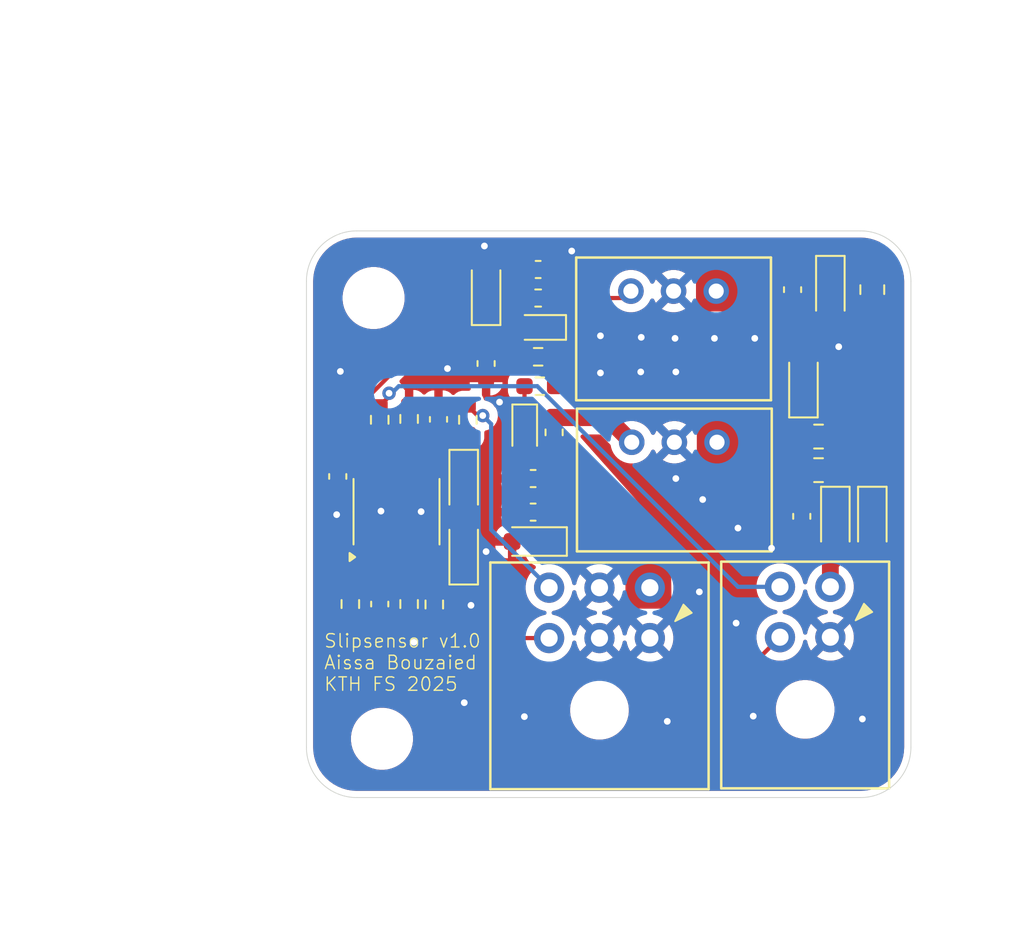
<source format=kicad_pcb>
(kicad_pcb (version 20241229) (generator "pcbnew") (generator_version "9.0")
  (layers (0 "F.Cu" signal) (2 "B.Cu" signal) (13 "F.Paste" user) (15 "B.Paste" user) (5 "F.SilkS" user "F.Silkscreen") (7 "B.SilkS" user "B.Silkscreen") (1 "F.Mask" user) (3 "B.Mask" user) (25 "Edge.Cuts" user))
  (net 0 "")
  (net 1 "+5V")
  (net 2 "GND")
  (net 3 "+24V")
  (net 4 "Net-(D1-K)")
  (net 5 "/Signal_conditioning/Sensor2_0-5V_IN")
  (net 6 "+12V")
  (net 7 "/Signal_conditioning/Sensor2_0-3.3V_OUT")
  (net 8 "/Power/Supply_24V_IN")
  (net 9 "Net-(U1A--)")
  (net 10 "Net-(U1B--)")
  (net 11 "Net-(D2-K)")
  (net 12 "Net-(D7-K)")
  (net 13 "Net-(D8-K)")
  (net 14 "Net-(D9-K)")
  (net 15 "Net-(D10-K)")
  (net 16 "Net-(VR1-OUT)")
  (net 17 "Net-(VR2-OUT)")
  (net 18 "/Signal_conditioning/Sensor1_0-5V_IN")
  (net 19 "/Signal_conditioning/Sensor1_0-3.3V_OUT")
  (net 20 "control_+24V")
  (footprint "LED_SMD:LED_0603_1608Metric_Pad1.05x0.95mm_HandSolder" (layer "F.Cu") (at 117.8 61.75 180)
    (property "Reference" "D8" (hide yes))
    (property "Value" "RED")
    (fp_line (start 0.8 -0.735) (end -1.66 -0.735) (stroke (width 0.12)) (layer "F.SilkS"))
    (fp_line (start -1.66 0.735) (end 0.8 0.735) (stroke (width 0.12)) (layer "F.SilkS"))
    (fp_line (start -1.66 -0.735) (end -1.66 0.735) (stroke (width 0.12)) (layer "F.SilkS"))
    (pad "1" smd roundrect (at -0.875 0 180) (size 1.05 0.95) (layers "F.Cu" "F.Mask" "F.Paste") (net 13 "Net-(D8-K)"))
    (pad "2" smd roundrect (at 0.875 0 180) (size 1.05 0.95) (layers "F.Cu" "F.Mask" "F.Paste") (net 1 "+5V"))
  )
  (footprint "Capacitor_SMD:C_0603_1608Metric" (layer "F.Cu") (at 111.865 67.225 90)
    (property "Reference" "C8" (hide yes))
    (property "Value" "1n")
    (fp_line (start -0.14058 -0.51) (end 0.14058 -0.51) (stroke (width 0.12)) (layer "F.SilkS"))
    (fp_line (start -0.14058 0.51) (end 0.14058 0.51) (stroke (width 0.12)) (layer "F.SilkS"))
    (pad "1" smd roundrect (at -0.775 0 90) (size 0.9 0.95) (layers "F.Cu" "F.Mask" "F.Paste") (net 15 "Net-(D10-K)"))
    (pad "2" smd roundrect (at 0.775 0 90) (size 0.9 0.95) (layers "F.Cu" "F.Mask" "F.Paste") (net 2 "GND"))
  )
  (footprint "Resistor_SMD:R_0603_1608Metric_Pad0.98x0.95mm_HandSolder" (layer "F.Cu") (at 117.8 63.5)
    (property "Reference" "R2" (hide yes))
    (property "Value" "510")
    (fp_line (start -0.254724 -0.5225) (end 0.254724 -0.5225) (stroke (width 0.12)) (layer "F.SilkS"))
    (fp_line (start -0.254724 0.5225) (end 0.254724 0.5225) (stroke (width 0.12)) (layer "F.SilkS"))
    (pad "1" smd roundrect (at -0.9125 0) (size 0.975 0.95) (layers "F.Cu" "F.Mask" "F.Paste") (net 13 "Net-(D8-K)"))
    (pad "2" smd roundrect (at 0.9125 0) (size 0.975 0.95) (layers "F.Cu" "F.Mask" "F.Paste") (net 2 "GND"))
  )
  (footprint "Capacitor_SMD:C_0603_1608Metric" (layer "F.Cu") (at 105.865 70.625 -90)
    (property "Reference" "C9" (hide yes))
    (property "Value" "100n")
    (fp_line (start -0.14058 0.51) (end 0.14058 0.51) (stroke (width 0.12)) (layer "F.SilkS"))
    (fp_line (start -0.14058 -0.51) (end 0.14058 -0.51) (stroke (width 0.12)) (layer "F.SilkS"))
    (pad "1" smd roundrect (at -0.775 0 270) (size 0.9 0.95) (layers "F.Cu" "F.Mask" "F.Paste") (net 1 "+5V"))
    (pad "2" smd roundrect (at 0.775 0 270) (size 0.9 0.95) (layers "F.Cu" "F.Mask" "F.Paste") (net 2 "GND"))
  )
  (footprint "Diode_SMD:D_SOD-323_HandSoldering" (layer "F.Cu") (at 135.5 73.25 -90)
    (property "Reference" "D1" (hide yes))
    (property "Value" "D_Schottky")
    (fp_line (start -2.01 0.85) (end 1.25 0.85) (stroke (width 0.12)) (layer "F.SilkS"))
    (fp_line (start -2.01 -0.85) (end -2.01 0.85) (stroke (width 0.12)) (layer "F.SilkS"))
    (fp_line (start -2.01 -0.85) (end 1.25 -0.85) (stroke (width 0.12)) (layer "F.SilkS"))
    (pad "1" smd roundrect (at -1.25 0 270) (size 1 1) (layers "F.Cu" "F.Mask" "F.Paste") (net 4 "Net-(D1-K)"))
    (pad "2" smd roundrect (at 1.25 0 270) (size 1 1) (layers "F.Cu" "F.Mask" "F.Paste") (net 8 "/Power/Supply_24V_IN"))
  )
  (footprint "Resistor_SMD:R_0603_1608Metric" (layer "F.Cu") (at 106.615 78.225 -90)
    (property "Reference" "R7" (hide yes))
    (property "Value" "100")
    (fp_line (start -0.237258 0.5225) (end 0.237258 0.5225) (stroke (width 0.12)) (layer "F.SilkS"))
    (fp_line (start -0.237258 -0.5225) (end 0.237258 -0.5225) (stroke (width 0.12)) (layer "F.SilkS"))
    (pad "1" smd roundrect (at -0.825 0 270) (size 0.8 0.95) (layers "F.Cu" "F.Mask" "F.Paste") (net 9 "Net-(U1A--)"))
    (pad "2" smd roundrect (at 0.825 0 270) (size 0.8 0.95) (layers "F.Cu" "F.Mask" "F.Paste") (net 19 "/Signal_conditioning/Sensor1_0-3.3V_OUT"))
  )
  (footprint "KTHFS:Wurth-FDSM" (layer "F.Cu") (at 131.7125 66.5875 180)
    (property "Reference" "VR1" (hide yes))
    (property "Value" "Wurth-FDSM")
    (fp_line (start 11.6 0) (end 11.6 -8.5) (stroke (width 0.15)) (layer "F.SilkS"))
    (fp_line (start 11.6 -8.5) (end 0 -8.5) (stroke (width 0.15)) (layer "F.SilkS"))
    (fp_line (start 0 0) (end 11.6 0) (stroke (width 0.15)) (layer "F.SilkS"))
    (fp_line (start 0 -8.5) (end 0 0) (stroke (width 0.15)) (layer "F.SilkS"))
    (pad "1" thru_hole circle (at 3.26 -2 180) (size 1.524 1.524) (drill 0.9) (layers "*.Cu" "*.Mask") (net 3 "+24V"))
    (pad "2" thru_hole circle (at 5.8 -2 180) (size 1.524 1.524) (drill 0.9) (layers "*.Cu" "*.Mask") (net 2 "GND"))
    (pad "3" thru_hole circle (at 8.34 -2 180) (size 1.524 1.524) (drill 0.9) (layers "*.Cu" "*.Mask") (net 16 "Net-(VR1-OUT)"))
  )
  (footprint "Capacitor_SMD:C_0603_1608Metric_Pad1.08x0.95mm_HandSolder" (layer "F.Cu") (at 117.5 72.75 180)
    (property "Reference" "C3" (hide yes))
    (property "Value" "1u")
    (fp_line (start -0.146267 0.51) (end 0.146267 0.51) (stroke (width 0.12)) (layer "F.SilkS"))
    (fp_line (start -0.146267 -0.51) (end 0.146267 -0.51) (stroke (width 0.12)) (layer "F.SilkS"))
    (pad "1" smd roundrect (at -0.8625 0 180) (size 1.075 0.95) (layers "F.Cu" "F.Mask" "F.Paste") (net 6 "+12V"))
    (pad "2" smd roundrect (at 0.8625 0 180) (size 1.075 0.95) (layers "F.Cu" "F.Mask" "F.Paste") (net 2 "GND"))
  )
  (footprint "Resistor_SMD:R_0603_1608Metric" (layer "F.Cu") (at 110.115 67.2 -90)
    (property "Reference" "R6" (hide yes))
    (property "Value" "10k")
    (fp_line (start -0.237258 0.5225) (end 0.237258 0.5225) (stroke (width 0.12)) (layer "F.SilkS"))
    (fp_line (start -0.237258 -0.5225) (end 0.237258 -0.5225) (stroke (width 0.12)) (layer "F.SilkS"))
    (pad "1" smd roundrect (at -0.825 0 270) (size 0.8 0.95) (layers "F.Cu" "F.Mask" "F.Paste") (net 2 "GND"))
    (pad "2" smd roundrect (at 0.825 0 270) (size 0.8 0.95) (layers "F.Cu" "F.Mask" "F.Paste") (net 15 "Net-(D10-K)"))
  )
  (footprint "MountingHole:MountingHole_3.2mm_M3" (layer "F.Cu") (at 108 60)
    (property "Reference" "H1" (hide yes))
    (property "Value" "MountingHole")
    (pad "" np_thru_hole circle (at 0 0) (size 3.2 3.2) (drill 3.2) (layers "*.Cu" "*.Mask"))
  )
  (footprint "Resistor_SMD:R_0603_1608Metric" (layer "F.Cu") (at 108.365 67.25 90)
    (property "Reference" "R8" (hide yes))
    (property "Value" "100")
    (fp_line (start -0.237258 -0.5225) (end 0.237258 -0.5225) (stroke (width 0.12)) (layer "F.SilkS"))
    (fp_line (start -0.237258 0.5225) (end 0.237258 0.5225) (stroke (width 0.12)) (layer "F.SilkS"))
    (pad "1" smd roundrect (at -0.825 0 90) (size 0.8 0.95) (layers "F.Cu" "F.Mask" "F.Paste") (net 10 "Net-(U1B--)"))
    (pad "2" smd roundrect (at 0.825 0 90) (size 0.8 0.95) (layers "F.Cu" "F.Mask" "F.Paste") (net 7 "/Signal_conditioning/Sensor2_0-3.3V_OUT"))
  )
  (footprint "Capacitor_SMD:C_0603_1608Metric_Pad1.08x0.95mm_HandSolder" (layer "F.Cu") (at 117.8 58.3)
    (property "Reference" "C4" (hide yes))
    (property "Value" "1u")
    (fp_line (start -0.146267 -0.51) (end 0.146267 -0.51) (stroke (width 0.12)) (layer "F.SilkS"))
    (fp_line (start -0.146267 0.51) (end 0.146267 0.51) (stroke (width 0.12)) (layer "F.SilkS"))
    (pad "1" smd roundrect (at -0.8625 0) (size 1.075 0.95) (layers "F.Cu" "F.Mask" "F.Paste") (net 1 "+5V"))
    (pad "2" smd roundrect (at 0.8625 0) (size 1.075 0.95) (layers "F.Cu" "F.Mask" "F.Paste") (net 2 "GND"))
  )
  (footprint "Resistor_SMD:R_0603_1608Metric_Pad0.98x0.95mm_HandSolder" (layer "F.Cu") (at 117.9 65.25)
    (property "Reference" "R1" (hide yes))
    (property "Value" "2k")
    (fp_line (start -0.254724 -0.5225) (end 0.254724 -0.5225) (stroke (width 0.12)) (layer "F.SilkS"))
    (fp_line (start -0.254724 0.5225) (end 0.254724 0.5225) (stroke (width 0.12)) (layer "F.SilkS"))
    (pad "1" smd roundrect (at -0.9125 0) (size 0.975 0.95) (layers "F.Cu" "F.Mask" "F.Paste") (net 12 "Net-(D7-K)"))
    (pad "2" smd roundrect (at 0.9125 0) (size 0.975 0.95) (layers "F.Cu" "F.Mask" "F.Paste") (net 2 "GND"))
  )
  (footprint "Resistor_SMD:R_0603_1608Metric" (layer "F.Cu") (at 111.615 78.25 90)
    (property "Reference" "R3" (hide yes))
    (property "Value" "5k")
    (fp_line (start -0.237258 -0.5225) (end 0.237258 -0.5225) (stroke (width 0.12)) (layer "F.SilkS"))
    (fp_line (start -0.237258 0.5225) (end 0.237258 0.5225) (stroke (width 0.12)) (layer "F.SilkS"))
    (pad "1" smd roundrect (at -0.825 0 90) (size 0.8 0.95) (layers "F.Cu" "F.Mask" "F.Paste") (net 18 "/Signal_conditioning/Sensor1_0-5V_IN"))
    (pad "2" smd roundrect (at 0.825 0 90) (size 0.8 0.95) (layers "F.Cu" "F.Mask" "F.Paste") (net 14 "Net-(D9-K)"))
  )
  (footprint "Diode_SMD:D_SOD-323_HandSoldering" (layer "F.Cu") (at 117.5 74.5 180)
    (property "Reference" "D5" (hide yes))
    (property "Value" "SMAJ6.0CA")
    (fp_line (start -2.01 0.85) (end 1.25 0.85) (stroke (width 0.12)) (layer "F.SilkS"))
    (fp_line (start -2.01 -0.85) (end 1.25 -0.85) (stroke (width 0.12)) (layer "F.SilkS"))
    (fp_line (start -2.01 -0.85) (end -2.01 0.85) (stroke (width 0.12)) (layer "F.SilkS"))
    (pad "1" smd roundrect (at -1.25 0 180) (size 1 1) (layers "F.Cu" "F.Mask" "F.Paste") (net 6 "+12V"))
    (pad "2" smd roundrect (at 1.25 0 180) (size 1 1) (layers "F.Cu" "F.Mask" "F.Paste") (net 2 "GND"))
  )
  (footprint "Capacitor_SMD:C_0603_1608Metric_Pad1.08x0.95mm_HandSolder" (layer "F.Cu") (at 133.5 73 -90)
    (property "Reference" "C1" (hide yes))
    (property "Value" "1u")
    (fp_line (start -0.146267 0.51) (end 0.146267 0.51) (stroke (width 0.12)) (layer "F.SilkS"))
    (fp_line (start -0.146267 -0.51) (end 0.146267 -0.51) (stroke (width 0.12)) (layer "F.SilkS"))
    (pad "1" smd roundrect (at -0.8625 0 270) (size 1.075 0.95) (layers "F.Cu" "F.Mask" "F.Paste") (net 3 "+24V"))
    (pad "2" smd roundrect (at 0.8625 0 270) (size 1.075 0.95) (layers "F.Cu" "F.Mask" "F.Paste") (net 2 "GND"))
  )
  (footprint "Capacitor_SMD:C_0603_1608Metric_Pad1.08x0.95mm_HandSolder" (layer "F.Cu") (at 132.9525 59.5 -90)
    (property "Reference" "C2" (hide yes))
    (property "Value" "1u")
    (fp_line (start -0.146267 0.51) (end 0.146267 0.51) (stroke (width 0.12)) (layer "F.SilkS"))
    (fp_line (start -0.146267 -0.51) (end 0.146267 -0.51) (stroke (width 0.12)) (layer "F.SilkS"))
    (pad "1" smd roundrect (at -0.8625 0 270) (size 1.075 0.95) (layers "F.Cu" "F.Mask" "F.Paste") (net 20 "control_+24V"))
    (pad "2" smd roundrect (at 0.8625 0 270) (size 1.075 0.95) (layers "F.Cu" "F.Mask" "F.Paste") (net 2 "GND"))
  )
  (footprint "LED_SMD:LED_0603_1608Metric_Pad1.05x0.95mm_HandSolder" (layer "F.Cu") (at 117 68 -90)
    (property "Reference" "D7" (hide yes))
    (property "Value" "RED")
    (fp_line (start -1.66 0.735) (end 0.8 0.735) (stroke (width 0.12)) (layer "F.SilkS"))
    (fp_line (start -1.66 -0.735) (end -1.66 0.735) (stroke (width 0.12)) (layer "F.SilkS"))
    (fp_line (start 0.8 -0.735) (end -1.66 -0.735) (stroke (width 0.12)) (layer "F.SilkS"))
    (pad "1" smd roundrect (at -0.875 0 270) (size 1.05 0.95) (layers "F.Cu" "F.Mask" "F.Paste") (net 12 "Net-(D7-K)"))
    (pad "2" smd roundrect (at 0.875 0 270) (size 1.05 0.95) (layers "F.Cu" "F.Mask" "F.Paste") (net 6 "+12V"))
  )
  (footprint "Diode_SMD:D_SOD-323_HandSoldering" (layer "F.Cu") (at 133.6 65.1 90)
    (property "Reference" "D3" (hide yes))
    (property "Value" "SMAJ30CA")
    (fp_line (start -2.01 -0.85) (end 1.25 -0.85) (stroke (width 0.12)) (layer "F.SilkS"))
    (fp_line (start -2.01 -0.85) (end -2.01 0.85) (stroke (width 0.12)) (layer "F.SilkS"))
    (fp_line (start -2.01 0.85) (end 1.25 0.85) (stroke (width 0.12)) (layer "F.SilkS"))
    (pad "1" smd roundrect (at -1.25 0 90) (size 1 1) (layers "F.Cu" "F.Mask" "F.Paste") (net 3 "+24V"))
    (pad "2" smd roundrect (at 1.25 0 90) (size 1 1) (layers "F.Cu" "F.Mask" "F.Paste") (net 2 "GND"))
  )
  (footprint "Package_SO:SOIC-8_3.9x4.9mm_P1.27mm" (layer "F.Cu") (at 109.365 72.725 90)
    (property "Reference" "U1" (hide yes))
    (property "Value" "TLV9062")
    (fp_line (start 0 -2.56) (end 1.95 -2.56) (stroke (width 0.12)) (layer "F.SilkS"))
    (fp_line (start 0 -2.56) (end -1.95 -2.56) (stroke (width 0.12)) (layer "F.SilkS"))
    (fp_line (start 0 2.56) (end 1.95 2.56) (stroke (width 0.12)) (layer "F.SilkS"))
    (fp_line (start 0 2.56) (end -1.95 2.56) (stroke (width 0.12)) (layer "F.SilkS"))
    (fp_poly (pts (xy -2.7 -2.465) (xy -2.94 -2.795) (xy -2.46 -2.795)) (stroke (width 0.12)) (fill yes) (layer "F.SilkS"))
    (pad "1" smd roundrect (at -2.475 -1.905 90) (size 1.95 0.6) (layers "F.Cu" "F.Mask" "F.Paste") (net 9 "Net-(U1A--)"))
    (pad "2" smd roundrect (at -2.475 -0.635 90) (size 1.95 0.6) (layers "F.Cu" "F.Mask" "F.Paste") (net 9 "Net-(U1A--)"))
    (pad "3" smd roundrect (at -2.475 0.635 90) (size 1.95 0.6) (layers "F.Cu" "F.Mask" "F.Paste") (net 14 "Net-(D9-K)"))
    (pad "4" smd roundrect (at -2.475 1.905 90) (size 1.95 0.6) (layers "F.Cu" "F.Mask" "F.Paste") (net 2 "GND"))
    (pad "5" smd roundrect (at 2.475 1.905 90) (size 1.95 0.6) (layers "F.Cu" "F.Mask" "F.Paste") (net 15 "Net-(D10-K)"))
    (pad "6" smd roundrect (at 2.475 0.635 90) (size 1.95 0.6) (layers "F.Cu" "F.Mask" "F.Paste") (net 10 "Net-(U1B--)"))
    (pad "7" smd roundrect (at 2.475 -0.635 90) (size 1.95 0.6) (layers "F.Cu" "F.Mask" "F.Paste") (net 10 "Net-(U1B--)"))
    (pad "8" smd roundrect (at 2.475 -1.905 90) (size 1.95 0.6) (layers "F.Cu" "F.Mask" "F.Paste") (net 1 "+5V"))
  )
  (footprint "Diode_SMD:D_SOD-323_HandSoldering" (layer "F.Cu") (at 113.365 71.05 -90)
    (property "Reference" "D10" (hide yes))
    (property "Value" "D_TVS")
    (fp_line (start -2.01 0.85) (end 1.25 0.85) (stroke (width 0.12)) (layer "F.SilkS"))
    (fp_line (start -2.01 -0.85) (end -2.01 0.85) (stroke (width 0.12)) (layer "F.SilkS"))
    (fp_line (start -2.01 -0.85) (end 1.25 -0.85) (stroke (width 0.12)) (layer "F.SilkS"))
    (pad "1" smd roundrect (at -1.25 0 270) (size 1 1) (layers "F.Cu" "F.Mask" "F.Paste") (net 15 "Net-(D10-K)"))
    (pad "2" smd roundrect (at 1.25 0 270) (size 1 1) (layers "F.Cu" "F.Mask" "F.Paste") (net 2 "GND"))
  )
  (footprint "Fuse:Fuse_0805_2012Metric_Pad1.15x1.40mm_HandSolder" (layer "F.Cu") (at 134.5 68.25)
    (property "Reference" "F1" (hide yes))
    (property "Value" "2.5A")
    (fp_line (start -0.261252 -0.71) (end 0.261252 -0.71) (stroke (width 0.12)) (layer "F.SilkS"))
    (fp_line (start -0.261252 0.71) (end 0.261252 0.71) (stroke (width 0.12)) (layer "F.SilkS"))
    (pad "1" smd roundrect (at -1.025 0) (size 1.15 1.4) (layers "F.Cu" "F.Mask" "F.Paste") (roundrect_rratio 0.217391) (net 3 "+24V"))
    (pad "2" smd roundrect (at 1.025 0) (size 1.15 1.4) (layers "F.Cu" "F.Mask" "F.Paste") (roundrect_rratio 0.217391) (net 4 "Net-(D1-K)"))
  )
  (footprint "MountingHole:MountingHole_3.2mm_M3" (layer "F.Cu") (at 108.5 86.25)
    (property "Reference" "H2" (hide yes))
    (property "Value" "MountingHole")
    (pad "" np_thru_hole circle (at 0 0) (size 3.2 3.2) (drill 3.2) (layers "*.Cu" "*.Mask"))
  )
  (footprint "Fuse:Fuse_0805_2012Metric_Pad1.15x1.40mm_HandSolder" (layer "F.Cu") (at 137.7 59.5 -90)
    (property "Reference" "F3" (hide yes))
    (property "Value" "250mA")
    (fp_line (start -0.261252 0.71) (end 0.261252 0.71) (stroke (width 0.12)) (layer "F.SilkS"))
    (fp_line (start -0.261252 -0.71) (end 0.261252 -0.71) (stroke (width 0.12)) (layer "F.SilkS"))
    (pad "1" smd roundrect (at -1.025 0 270) (size 1.15 1.4) (layers "F.Cu" "F.Mask" "F.Paste") (roundrect_rratio 0.217391) (net 20 "control_+24V"))
    (pad "2" smd roundrect (at 1.025 0 270) (size 1.15 1.4) (layers "F.Cu" "F.Mask" "F.Paste") (roundrect_rratio 0.217391) (net 11 "Net-(D2-K)"))
  )
  (footprint "Resistor_SMD:R_0603_1608Metric" (layer "F.Cu") (at 110.115 78.225 90)
    (property "Reference" "R5" (hide yes))
    (property "Value" "10k")
    (fp_line (start -0.237258 -0.5225) (end 0.237258 -0.5225) (stroke (width 0.12)) (layer "F.SilkS"))
    (fp_line (start -0.237258 0.5225) (end 0.237258 0.5225) (stroke (width 0.12)) (layer "F.SilkS"))
    (pad "1" smd roundrect (at -0.825 0 90) (size 0.8 0.95) (layers "F.Cu" "F.Mask" "F.Paste") (net 2 "GND"))
    (pad "2" smd roundrect (at 0.825 0 90) (size 0.8 0.95) (layers "F.Cu" "F.Mask" "F.Paste") (net 14 "Net-(D9-K)"))
  )
  (footprint "Diode_SMD:D_SOD-323_HandSoldering" (layer "F.Cu") (at 137.7025 73.25 -90)
    (property "Reference" "D2" (hide yes))
    (property "Value" "D_Schottky")
    (fp_line (start -2.01 0.85) (end 1.25 0.85) (stroke (width 0.12)) (layer "F.SilkS"))
    (fp_line (start -2.01 -0.85) (end -2.01 0.85) (stroke (width 0.12)) (layer "F.SilkS"))
    (fp_line (start -2.01 -0.85) (end 1.25 -0.85) (stroke (width 0.12)) (layer "F.SilkS"))
    (pad "1" smd roundrect (at -1.25 0 270) (size 1 1) (layers "F.Cu" "F.Mask" "F.Paste") (net 11 "Net-(D2-K)"))
    (pad "2" smd roundrect (at 1.25 0 270) (size 1 1) (layers "F.Cu" "F.Mask" "F.Paste") (net 8 "/Power/Supply_24V_IN"))
  )
  (footprint "KTHFS:Wurth-MPC3_02x02_angle" (layer "F.Cu") (at 135.2025 80.2)
    (property "Reference" "J2" (hide yes))
    (property "Value" "Conn_01x04_CarSide_Pin")
    (fp_line (start -6.5 9) (end -6.5 -4.5) (stroke (width 0.15)) (layer "F.SilkS"))
    (fp_line (start -6.5 9) (end 3.5 9) (stroke (width 0.15)) (layer "F.SilkS"))
    (fp_line (start 3.5 -4.5) (end -6.5 -4.5) (stroke (width 0.15)) (layer "F.SilkS"))
    (fp_line (start 3.5 9) (end 3.5 -4.5) (stroke (width 0.15)) (layer "F.SilkS"))
    (fp_poly (pts (xy 1.5 -1) (xy 2 -2) (xy 2.5 -1.5)) (stroke (width 0.1)) (fill yes) (layer "F.SilkS"))
    (pad "" np_thru_hole circle (at -1.5 4.3) (size 3 3) (drill 3) (layers "*.Cu" "*.Mask"))
    (pad "1" thru_hole circle (at 0 0) (size 1.8 1.8) (drill 1.02) (layers "*.Cu" "*.Mask") (net 2 "GND"))
    (pad "2" thru_hole circle (at -3 0) (size 1.8 1.8) (drill 1.02) (layers "*.Cu" "*.Mask") (net 19 "/Signal_conditioning/Sensor1_0-3.3V_OUT"))
    (pad "3" thru_hole circle (at 0 -3) (size 1.8 1.8) (drill 1.02) (layers "*.Cu" "*.Mask") (net 8 "/Power/Supply_24V_IN"))
    (pad "4" thru_hole circle (at -3 -3) (size 1.8 1.8) (drill 1.02) (layers "*.Cu" "*.Mask") (net 7 "/Signal_conditioning/Sensor2_0-3.3V_OUT"))
  )
  (footprint "Inductor_SMD:L_0603_1608Metric_Pad1.05x0.95mm_HandSolder" (layer "F.Cu") (at 117.8 60)
    (property "Reference" "FB2" (hide yes))
    (property "Value" "Ferrite_Bead")
    (fp_line (start -0.171267 -0.51) (end 0.171267 -0.51) (stroke (width 0.12)) (layer "F.SilkS"))
    (fp_line (start -0.171267 0.51) (end 0.171267 0.51) (stroke (width 0.12)) (layer "F.SilkS"))
    (pad "1" smd roundrect (at -0.875 0) (size 1.05 0.95) (layers "F.Cu" "F.Mask" "F.Paste") (net 1 "+5V"))
    (pad "2" smd roundrect (at 0.875 0) (size 1.05 0.95) (layers "F.Cu" "F.Mask" "F.Paste") (net 17 "Net-(VR2-OUT)"))
  )
  (footprint "Diode_SMD:D_SOD-323_HandSoldering" (layer "F.Cu") (at 114.7 59.6 90)
    (property "Reference" "D6" (hide yes))
    (property "Value" "SMAJ6.0CA")
    (fp_line (start -2.01 -0.85) (end 1.25 -0.85) (stroke (width 0.12)) (layer "F.SilkS"))
    (fp_line (start -2.01 -0.85) (end -2.01 0.85) (stroke (width 0.12)) (layer "F.SilkS"))
    (fp_line (start -2.01 0.85) (end 1.25 0.85) (stroke (width 0.12)) (layer "F.SilkS"))
    (pad "1" smd roundrect (at -1.25 0 90) (size 1 1) (layers "F.Cu" "F.Mask" "F.Paste") (net 1 "+5V"))
    (pad "2" smd roundrect (at 1.25 0 90) (size 1 1) (layers "F.Cu" "F.Mask" "F.Paste") (net 2 "GND"))
  )
  (footprint "KTHFS:Wurth-FDSM" (layer "F.Cu") (at 131.665 57.5875 180)
    (property "Reference" "VR2" (hide yes))
    (property "Value" "Wurth-FDSM")
    (fp_line (start 11.6 0) (end 11.6 -8.5) (stroke (width 0.15)) (layer "F.SilkS"))
    (fp_line (start 11.6 -8.5) (end 0 -8.5) (stroke (width 0.15)) (layer "F.SilkS"))
    (fp_line (start 0 0) (end 11.6 0) (stroke (width 0.15)) (layer "F.SilkS"))
    (fp_line (start 0 -8.5) (end 0 0) (stroke (width 0.15)) (layer "F.SilkS"))
    (pad "1" thru_hole circle (at 3.26 -2 180) (size 1.524 1.524) (drill 0.9) (layers "*.Cu" "*.Mask") (net 20 "control_+24V"))
    (pad "2" thru_hole circle (at 5.8 -2 180) (size 1.524 1.524) (drill 0.9) (layers "*.Cu" "*.Mask") (net 2 "GND"))
    (pad "3" thru_hole circle (at 8.34 -2 180) (size 1.524 1.524) (drill 0.9) (layers "*.Cu" "*.Mask") (net 17 "Net-(VR2-OUT)"))
  )
  (footprint "Fuse:Fuse_0805_2012Metric_Pad1.15x1.40mm_HandSolder" (layer "F.Cu") (at 134.5 70.25)
    (property "Reference" "F2" (hide yes))
    (property "Value" "2.5A")
    (fp_line (start -0.261252 -0.71) (end 0.261252 -0.71) (stroke (width 0.12)) (layer "F.SilkS"))
    (fp_line (start -0.261252 0.71) (end 0.261252 0.71) (stroke (width 0.12)) (layer "F.SilkS"))
    (pad "1" smd roundrect (at -1.025 0) (size 1.15 1.4) (layers "F.Cu" "F.Mask" "F.Paste") (roundrect_rratio 0.217391) (net 3 "+24V"))
    (pad "2" smd roundrect (at 1.025 0) (size 1.15 1.4) (layers "F.Cu" "F.Mask" "F.Paste") (roundrect_rratio 0.217391) (net 4 "Net-(D1-K)"))
  )
  (footprint "Capacitor_SMD:C_0603_1608Metric" (layer "F.Cu") (at 108.365 78.225 -90)
    (property "Reference" "C7" (hide yes))
    (property "Value" "1n")
    (fp_line (start -0.14058 0.51) (end 0.14058 0.51) (stroke (width 0.12)) (layer "F.SilkS"))
    (fp_line (start -0.14058 -0.51) (end 0.14058 -0.51) (stroke (width 0.12)) (layer "F.SilkS"))
    (pad "1" smd roundrect (at -0.775 0 270) (size 0.9 0.95) (layers "F.Cu" "F.Mask" "F.Paste") (net 14 "Net-(D9-K)"))
    (pad "2" smd roundrect (at 0.775 0 270) (size 0.9 0.95) (layers "F.Cu" "F.Mask" "F.Paste") (net 2 "GND"))
  )
  (footprint "Capacitor_SMD:C_0603_1608Metric_Pad1.08x0.95mm_HandSolder" (layer "F.Cu") (at 114.7 63.9 -90)
    (property "Reference" "C6" (hide yes))
    (property "Value" "100n")
    (fp_line (start -0.146267 0.51) (end 0.146267 0.51) (stroke (width 0.12)) (layer "F.SilkS"))
    (fp_line (start -0.146267 -0.51) (end 0.146267 -0.51) (stroke (width 0.12)) (layer "F.SilkS"))
    (pad "1" smd roundrect (at -0.8625 0 270) (size 1.075 0.95) (layers "F.Cu" "F.Mask" "F.Paste") (net 1 "+5V"))
    (pad "2" smd roundrect (at 0.8625 0 270) (size 1.075 0.95) (layers "F.Cu" "F.Mask" "F.Paste") (net 2 "GND"))
  )
  (footprint "Diode_SMD:D_SOD-323_HandSoldering" (layer "F.Cu") (at 135.2025 59.5 -90)
    (property "Reference" "D4" (hide yes))
    (property "Value" "SMAJ30CA")
    (fp_line (start -2.01 0.85) (end 1.25 0.85) (stroke (width 0.12)) (layer "F.SilkS"))
    (fp_line (start -2.01 -0.85) (end -2.01 0.85) (stroke (width 0.12)) (layer "F.SilkS"))
    (fp_line (start -2.01 -0.85) (end 1.25 -0.85) (stroke (width 0.12)) (layer "F.SilkS"))
    (pad "1" smd roundrect (at -1.25 0 270) (size 1 1) (layers "F.Cu" "F.Mask" "F.Paste") (net 20 "control_+24V"))
    (pad "2" smd roundrect (at 1.25 0 270) (size 1 1) (layers "F.Cu" "F.Mask" "F.Paste") (net 2 "GND"))
  )
  (footprint "Diode_SMD:D_SOD-323_HandSoldering" (layer "F.Cu") (at 113.365 75.05 90)
    (property "Reference" "D9" (hide yes))
    (property "Value" "D_TVS")
    (fp_line (start -2.01 -0.85) (end 1.25 -0.85) (stroke (width 0.12)) (layer "F.SilkS"))
    (fp_line (start -2.01 -0.85) (end -2.01 0.85) (stroke (width 0.12)) (layer "F.SilkS"))
    (fp_line (start -2.01 0.85) (end 1.25 0.85) (stroke (width 0.12)) (layer "F.SilkS"))
    (pad "1" smd roundrect (at -1.25 0 90) (size 1 1) (layers "F.Cu" "F.Mask" "F.Paste") (net 14 "Net-(D9-K)"))
    (pad "2" smd roundrect (at 1.25 0 90) (size 1 1) (layers "F.Cu" "F.Mask" "F.Paste") (net 2 "GND"))
  )
  (footprint "Resistor_SMD:R_0603_1608Metric" (layer "F.Cu") (at 113.615 67.25 -90)
    (property "Reference" "R4" (hide yes))
    (property "Value" "5k")
    (fp_line (start -0.237258 0.5225) (end 0.237258 0.5225) (stroke (width 0.12)) (layer "F.SilkS"))
    (fp_line (start -0.237258 -0.5225) (end 0.237258 -0.5225) (stroke (width 0.12)) (layer "F.SilkS"))
    (pad "1" smd roundrect (at -0.825 0 270) (size 0.8 0.95) (layers "F.Cu" "F.Mask" "F.Paste") (net 5 "/Signal_conditioning/Sensor2_0-5V_IN"))
    (pad "2" smd roundrect (at 0.825 0 270) (size 0.8 0.95) (layers "F.Cu" "F.Mask" "F.Paste") (net 15 "Net-(D10-K)"))
  )
  (footprint "Capacitor_SMD:C_0603_1608Metric_Pad1.08x0.95mm_HandSolder" (layer "F.Cu") (at 117.5 70.75 180)
    (property "Reference" "C5" (hide yes))
    (property "Value" "100n")
    (fp_line (start -0.146267 0.51) (end 0.146267 0.51) (stroke (width 0.12)) (layer "F.SilkS"))
    (fp_line (start -0.146267 -0.51) (end 0.146267 -0.51) (stroke (width 0.12)) (layer "F.SilkS"))
    (pad "1" smd roundrect (at -0.8625 0 180) (size 1.075 0.95) (layers "F.Cu" "F.Mask" "F.Paste") (net 6 "+12V"))
    (pad "2" smd roundrect (at 0.8625 0 180) (size 1.075 0.95) (layers "F.Cu" "F.Mask" "F.Paste") (net 2 "GND"))
  )
  (footprint "Inductor_SMD:L_0603_1608Metric_Pad1.05x0.95mm_HandSolder" (layer "F.Cu") (at 118.75 68 90)
    (property "Reference" "FB1" (hide yes))
    (property "Value" "Ferrite_Bead")
    (fp_line (start -0.171267 -0.51) (end 0.171267 -0.51) (stroke (width 0.12)) (layer "F.SilkS"))
    (fp_line (start -0.171267 0.51) (end 0.171267 0.51) (stroke (width 0.12)) (layer "F.SilkS"))
    (pad "1" smd roundrect (at -0.875 0 90) (size 1.05 0.95) (layers "F.Cu" "F.Mask" "F.Paste") (net 6 "+12V"))
    (pad "2" smd roundrect (at 0.875 0 90) (size 1.05 0.95) (layers "F.Cu" "F.Mask" "F.Paste") (net 16 "Net-(VR1-OUT)"))
  )
  (footprint "KTHFS:Wurth-MPC3_02x03_angle" (layer "F.Cu") (at 124.4525 80.25)
    (property "Reference" "J1" (hide yes))
    (property "Value" "Conn_01x06_Sensor_Pin")
    (fp_line (start -9.5 9) (end -9.5 -4.5) (stroke (width 0.15)) (layer "F.SilkS"))
    (fp_line (start -9.5 9) (end 3.5 9) (stroke (width 0.15)) (layer "F.SilkS"))
    (fp_line (start 3.5 -4.5) (end -9.5 -4.5) (stroke (width 0.15)) (layer "F.SilkS"))
    (fp_line (start 3.5 9) (end 3.5 -4.5) (stroke (width 0.15)) (layer "F.SilkS"))
    (fp_poly (pts (xy 1.5 -1) (xy 2 -2) (xy 2.5 -1.5)) (stroke (width 0.1)) (fill yes) (layer "F.SilkS"))
    (pad "" np_thru_hole circle (at -3 4.3) (size 3 3) (drill 3) (layers "*.Cu" "*.Mask"))
    (pad "1" thru_hole circle (at 0 0) (size 1.8 1.8) (drill 1.02) (layers "*.Cu" "*.Mask") (net 2 "GND"))
    (pad "2" thru_hole circle (at -3 0) (size 1.8 1.8) (drill 1.02) (layers "*.Cu" "*.Mask") (net 2 "GND"))
    (pad "3" thru_hole circle (at -6 0) (size 1.8 1.8) (drill 1.02) (layers "*.Cu" "*.Mask") (net 18 "/Signal_conditioning/Sensor1_0-5V_IN"))
    (pad "4" thru_hole circle (at 0 -3) (size 1.8 1.8) (drill 1.02) (layers "*.Cu" "*.Mask") (net 6 "+12V"))
    (pad "5" thru_hole circle (at -3 -3) (size 1.8 1.8) (drill 1.02) (layers "*.Cu" "*.Mask") (net 2 "GND"))
    (pad "6" thru_hole circle (at -6 -3) (size 1.8 1.8) (drill 1.02) (layers "*.Cu" "*.Mask") (net 5 "/Signal_conditioning/Sensor2_0-5V_IN"))
  )
  (gr_arc (start 104 59) (mid 104.87868 56.87868) (end 107 56) (stroke (width 0.05)) (layer "Edge.Cuts"))
  (gr_arc (start 140 86.75) (mid 139.12132 88.87132) (end 137 89.75) (stroke (width 0.05)) (layer "Edge.Cuts"))
  (gr_arc (start 107 89.75) (mid 104.87868 88.87132) (end 104 86.75) (stroke (width 0.05)) (layer "Edge.Cuts"))
  (gr_line (start 137 89.75) (end 107 89.75) (stroke (width 0.05)) (layer "Edge.Cuts"))
  (gr_line (start 140 59) (end 140 86.75) (stroke (width 0.05)) (layer "Edge.Cuts"))
  (gr_line (start 107 56) (end 137 56) (stroke (width 0.05)) (layer "Edge.Cuts"))
  (gr_line (start 104 86.75) (end 104 59) (stroke (width 0.05)) (layer "Edge.Cuts"))
  (gr_arc (start 137 56) (mid 139.12132 56.87868) (end 140 59) (stroke (width 0.05)) (layer "Edge.Cuts"))
  (gr_text "Slipsensor v1.0\nAissa Bouzaied \nKTH FS 2025 \n\n" (at 105 84.75 0) (layer "F.SilkS") (effects (font (size 0.8 0.8) (thickness 0.08)) (justify left bottom)))
  (segment (start 105.865 69.85) (end 105.865 67.700582) (width 0.25) (layer "F.Cu") (net 1))
  (segment (start 110.528082 63.0375) (end 114.7 63.0375) (width 0.25) (layer "F.Cu") (net 1))
  (segment (start 107.46 70.25) (end 106.265 70.25) (width 0.25) (layer "F.Cu") (net 1))
  (segment (start 106.265 70.25) (end 105.865 69.85) (width 0.25) (layer "F.Cu") (net 1))
  (segment (start 105.865 67.700582) (end 110.528082 63.0375) (width 0.25) (layer "F.Cu") (net 1))
  (segment (start 108.365 79.365) (end 109 80) (width 0.25) (layer "F.Cu") (net 2))
  (segment (start 108.365 79) (end 108.365 79.365) (width 0.25) (layer "F.Cu") (net 2))
  (via (at 114.6 56.9) (size 0.8) (drill 0.4) (layers "F.Cu" "B.Cu") (net 2))
  (via (at 110.83 72.72) (size 0.8) (drill 0.4) (layers "F.Cu" "B.Cu") (net 2))
  (via (at 130.7 62.4) (size 0.8) (drill 0.4) (layers "F.Cu" "B.Cu") (net 2))
  (via (at 108.44 72.69) (size 0.8) (drill 0.4) (layers "F.Cu" "B.Cu") (net 2))
  (via (at 112.4 64.2) (size 0.8) (drill 0.4) (layers "F.Cu" "B.Cu") (net 2))
  (via (at 105.8 72.9) (size 0.8) (drill 0.4) (layers "F.Cu" "B.Cu") (net 2))
  (via (at 106.02 64.37) (size 0.8) (drill 0.4) (layers "F.Cu" "B.Cu") (net 2))
  (via (at 110.4 80.5) (size 0.8) (drill 0.4) (layers "F.Cu" "B.Cu") (net 2))
  (via (at 129.7 73.7) (size 0.8) (drill 0.4) (layers "F.Cu" "B.Cu") (net 2))
  (via (at 123.94 62.34) (size 0.8) (drill 0.4) (layers "F.Cu" "B.Cu") (net 2))
  (via (at 121.51 62.25) (size 0.8) (drill 0.4) (layers "F.Cu" "B.Cu") (net 2))
  (via (at 115.5 66.2) (size 0.8) (drill 0.4) (layers "F.Cu" "B.Cu") (net 2))
  (via (at 127.4 77.5) (size 0.8) (drill 0.4) (layers "F.Cu" "B.Cu") (net 2))
  (via (at 121.51 64.46) (size 0.8) (drill 0.4) (layers "F.Cu" "B.Cu") (net 2))
  (via (at 126 64.4) (size 0.8) (drill 0.4) (layers "F.Cu" "B.Cu") (net 2))
  (via (at 125.49 85.21) (size 0.8) (drill 0.4) (layers "F.Cu" "B.Cu") (net 2))
  (via (at 125.9525 62.4) (size 0.8) (drill 0.4) (layers "F.Cu" "B.Cu") (net 2))
  (via (at 126 70.75) (size 0.8) (drill 0.4) (layers "F.Cu" "B.Cu") (net 2))
  (via (at 114.7 75.1) (size 0.8) (drill 0.4) (layers "F.Cu" "B.Cu") (net 2))
  (via (at 135.7 62.9) (size 0.8) (drill 0.4) (layers "F.Cu" "B.Cu") (net 2))
  (via (at 127.6 72) (size 0.8) (drill 0.4) (layers "F.Cu" "B.Cu") (net 2))
  (via (at 129.59 79.36) (size 0.8) (drill 0.4) (layers "F.Cu" "B.Cu") (net 2))
  (via (at 130.61 84.9) (size 0.8) (drill 0.4) (layers "F.Cu" "B.Cu") (net 2))
  (via (at 113.4 84.1) (size 0.8) (drill 0.4) (layers "F.Cu" "B.Cu") (net 2))
  (via (at 113.8 78.3) (size 0.8) (drill 0.4) (layers "F.Cu" "B.Cu") (net 2))
  (via (at 131.7 74.9) (size 0.8) (drill 0.4) (layers "F.Cu" "B.Cu") (net 2))
  (via (at 137.11 85.07) (size 0.8) (drill 0.4) (layers "F.Cu" "B.Cu") (net 2))
  (via (at 128.3 62.4) (size 0.8) (drill 0.4) (layers "F.Cu" "B.Cu") (net 2))
  (via (at 123.91 64.4) (size 0.8) (drill 0.4) (layers "F.Cu" "B.Cu") (net 2))
  (via (at 116.98 84.93) (size 0.8) (drill 0.4) (layers "F.Cu" "B.Cu") (net 2))
  (via (at 119.8 57.2) (size 0.8) (drill 0.4) (layers "F.Cu" "B.Cu") (net 2))
  (segment (start 135.525 70.25) (end 135.525 68.25) (width 1) (layer "F.Cu") (net 4))
  (segment (start 135.525 69.845) (end 135.4775 69.7975) (width 0.2) (layer "F.Cu") (net 4))
  (segment (start 135.5 70.275) (end 135.525 70.25) (width 1) (layer "F.Cu") (net 4))
  (segment (start 135.5 72) (end 135.5 70.275) (width 1) (layer "F.Cu") (net 4))
  (segment (start 135.4775 68.2975) (end 135.525 68.25) (width 0.2) (layer "F.Cu") (net 4))
  (segment (start 114.19 67) (end 113.615 66.425) (width 0.25) (layer "F.Cu") (net 5))
  (segment (start 114.5 67) (end 114.19 67) (width 0.25) (layer "F.Cu") (net 5))
  (via (at 114.5 67) (size 0.8) (drill 0.4) (layers "F.Cu" "B.Cu") (net 5))
  (segment (start 115 67.5) (end 115 73.7975) (width 0.25) (layer "B.Cu") (net 5))
  (segment (start 115 73.7975) (end 118.4525 77.25) (width 0.25) (layer "B.Cu") (net 5))
  (segment (start 114.5 67) (end 115 67.5) (width 0.25) (layer "B.Cu") (net 5))
  (segment (start 108.920444 65.869556) (end 108.365 66.425) (width 0.25) (layer "F.Cu") (net 7))
  (segment (start 132.05 77.2) (end 132 77.25) (width 0.2) (layer "F.Cu") (net 7))
  (segment (start 132.2025 77.2) (end 132.05 77.2) (width 0.2) (layer "F.Cu") (net 7))
  (segment (start 108.920444 65.670444) (end 108.920444 65.869556) (width 0.25) (layer "F.Cu") (net 7))
  (via (at 108.920444 65.670444) (size 0.8) (drill 0.4) (layers "F.Cu" "B.Cu") (net 7))
  (segment (start 108.920444 65.670444) (end 109.079556 65.670444) (width 0.25) (layer "B.Cu") (net 7))
  (segment (start 109.5 65.25) (end 117.7505 65.25) (width 0.25) (layer "B.Cu") (net 7))
  (segment (start 117.7505 65.25) (end 129.7005 77.2) (width 0.25) (layer "B.Cu") (net 7))
  (segment (start 129.7005 77.2) (end 132.2025 77.2) (width 0.25) (layer "B.Cu") (net 7))
  (segment (start 109.079556 65.670444) (end 109.5 65.25) (width 0.25) (layer "B.Cu") (net 7))
  (segment (start 135.2025 77.2) (end 135.2025 77.2025) (width 0.2) (layer "F.Cu") (net 8))
  (segment (start 135.2025 77.2025) (end 135.2025 75.7975) (width 1) (layer "F.Cu") (net 8))
  (segment (start 135.2025 75.7975) (end 135.5 75.5) (width 1) (layer "F.Cu") (net 8))
  (segment (start 135.5 75.5) (end 135.5 74.5) (width 1) (layer "F.Cu") (net 8))
  (segment (start 135.2025 77.2025) (end 135.25 77.25) (width 0.2) (layer "F.Cu") (net 8))
  (segment (start 135.5 74.5) (end 137.7025 74.5) (width 1) (layer "F.Cu") (net 8))
  (segment (start 106.615 77.4) (end 106.615 76.045) (width 0.25) (layer "F.Cu") (net 9))
  (segment (start 107.46 75.2) (end 108.73 75.2) (width 0.25) (layer "F.Cu") (net 9))
  (segment (start 106.615 76.045) (end 107.46 75.2) (width 0.25) (layer "F.Cu") (net 9))
  (segment (start 108.73 70.25) (end 110 70.25) (width 0.25) (layer "F.Cu") (net 10))
  (segment (start 108.365 69.885) (end 108.73 70.25) (width 0.25) (layer "F.Cu") (net 10))
  (segment (start 108.365 68.075) (end 108.365 69.885) (width 0.25) (layer "F.Cu") (net 10))
  (segment (start 137.7025 60.5275) (end 137.7 60.525) (width 0.2) (layer "F.Cu") (net 11))
  (segment (start 137.7025 72) (end 137.7025 60.5275) (width 1) (layer "F.Cu") (net 11))
  (segment (start 117.0875 67.0375) (end 117 67.125) (width 0.2) (layer "F.Cu") (net 12))
  (segment (start 116.9875 65.25) (end 116.9875 67.1125) (width 0.25) (layer "F.Cu") (net 12))
  (segment (start 116.9875 67.1125) (end 117 67.125) (width 0.25) (layer "F.Cu") (net 12))
  (segment (start 116.8875 63.5) (end 116.925 63.5) (width 0.2) (layer "F.Cu") (net 13))
  (segment (start 118.9125 61.7875) (end 118.875 61.75) (width 0.2) (layer "F.Cu") (net 13))
  (segment (start 118.675 61.75) (end 118.6375 61.75) (width 0.25) (layer "F.Cu") (net 13))
  (segment (start 118.775 61.75) (end 118.7375 61.75) (width 0.2) (layer "F.Cu") (net 13))
  (segment (start 118.6375 61.75) (end 116.8875 63.5) (width 0.25) (layer "F.Cu") (net 13))
  (segment (start 110.115 77.4) (end 110.115 75.315) (width 0.25) (layer "F.Cu") (net 14))
  (segment (start 112.74 76.3) (end 111.615 77.425) (width 0.25) (layer "F.Cu") (net 14))
  (segment (start 110.115 77.4) (end 111.59 77.4) (width 0.25) (layer "F.Cu") (net 14))
  (segment (start 110.065 77.45) (end 110.115 77.4) (width 0.25) (layer "F.Cu") (net 14))
  (segment (start 113.365 76.3) (end 112.74 76.3) (width 0.25) (layer "F.Cu") (net 14))
  (segment (start 111.59 77.4) (end 111.615 77.425) (width 0.25) (layer "F.Cu") (net 14))
  (segment (start 108.365 77.45) (end 110.065 77.45) (width 0.25) (layer "F.Cu") (net 14))
  (segment (start 110.115 75.315) (end 110 75.2) (width 0.25) (layer "F.Cu") (net 14))
  (segment (start 111.27 68.595) (end 111.865 68) (width 0.25) (layer "F.Cu") (net 15))
  (segment (start 113.365 68.325) (end 113.615 68.075) (width 0.25) (layer "F.Cu") (net 15))
  (segment (start 111.27 70.25) (end 111.27 68.595) (width 0.25) (layer "F.Cu") (net 15))
  (segment (start 113.365 69.8) (end 113.365 68.325) (width 0.25) (layer "F.Cu") (net 15))
  (segment (start 111.27 70.25) (end 111.27 69.18) (width 0.25) (layer "F.Cu") (net 15))
  (segment (start 111.27 70.25) (end 112.915 70.25) (width 0.25) (layer "F.Cu") (net 15))
  (segment (start 111.27 69.18) (end 110.115 68.025) (width 0.25) (layer "F.Cu") (net 15))
  (segment (start 112.915 70.25) (end 113.365 69.8) (width 0.25) (layer "F.Cu") (net 15))
  (segment (start 110.165 68) (end 110.115 68.05) (width 0.2) (layer "F.Cu") (net 15))
  (segment (start 121.91 67.125) (end 123.3725 68.5875) (width 1) (layer "F.Cu") (net 16))
  (segment (start 123.3725 68.5875) (end 123.3375 68.5875) (width 0.2) (layer "F.Cu") (net 16))
  (segment (start 121.91 67.125) (end 118.75 67.125) (width 1) (layer "F.Cu") (net 16))
  (segment (start 123.3375 68.5875) (end 123.25 68.5) (width 0.2) (layer "F.Cu") (net 16))
  (segment (start 122.9125 60) (end 123.325 59.5875) (width 0.25) (layer "F.Cu") (net 17))
  (segment (start 123.325 59.5875) (end 123.325 59.575) (width 0.2) (layer "F.Cu") (net 17))
  (segment (start 118.675 60) (end 122.9125 60) (width 0.25) (layer "F.Cu") (net 17))
  (segment (start 118.4525 80.25) (end 112.79 80.25) (width 0.25) (layer "F.Cu") (net 18))
  (segment (start 112.79 80.25) (end 111.615 79.075) (width 0.25) (layer "F.Cu") (net 18))
  (segment (start 130.1525 82.25) (end 132.2025 80.2) (width 0.25) (layer "F.Cu") (net 19))
  (segment (start 132.2025 80.2) (end 131.8 80.2) (width 0.2) (layer "F.Cu") (net 19))
  (segment (start 106.615 79.05) (end 109.815 82.25) (width 0.25) (layer "F.Cu") (net 19))
  (segment (start 109.815 82.25) (end 130.1525 82.25) (width 0.25) (layer "F.Cu") (net 19))
  (segment (start 132.9525 58.3875) (end 132.6125 58.3875) (width 0.2) (layer "F.Cu") (net 20))
  (segment (start 135.2975 58.345) (end 135.2025 58.25) (width 0.2) (layer "F.Cu") (net 20))
  (segment (start 135.065 58.3875) (end 135.2025 58.25) (width 0.2) (layer "F.Cu") (net 20))
  (zone (net 3) (net_name "+24V") (layer "F.Cu") (priority 1) (connect_pads yes (clearance 0.25)) (min_thickness 0.25) (fill yes (thermal_gap 0.5) (thermal_bridge_width 0.5) (smoothing fillet) (radius 0.5))
    (polygon (pts (xy 134.5 65.1) (xy 134.5 73) (xy 132.5 73) (xy 127.25 69.5) (xy 127.25 65.1)))
  )
  (zone (net 6) (net_name "+12V") (layer "F.Cu") (name "+12V") (priority 2) (connect_pads yes (clearance 0.25)) (min_thickness 0.25) (fill yes (thermal_gap 0.5) (thermal_bridge_width 0.5) (smoothing fillet) (radius 0.5))
    (polygon (pts (xy 125.75 78.5) (xy 123 78.5) (xy 123 75.5) (xy 117.5 75.5) (xy 117.5 69.65) (xy 116.25 69.65) (xy 116.25 68.025) (xy 119.4 68.025) (xy 125.7 75.1)))
  )
  (zone (net 20) (net_name "control_+24V") (layer "F.Cu") (name "+12V") (priority 4) (connect_pads yes (clearance 0.25)) (min_thickness 0.25) (fill yes (thermal_gap 0.5) (thermal_bridge_width 0.5) (smoothing fillet) (radius 0.5))
    (polygon (pts (xy 138.8 59.5) (xy 138.8 57.4) (xy 127.2 57.4) (xy 127.2 60.8) (xy 130.9 60.8) (xy 130.9 59.5)))
  )
  (zone (net 1) (net_name "+5V") (layer "F.Cu") (name "+12V") (priority 3) (connect_pads yes (clearance 0.25)) (min_thickness 0.25) (fill yes (thermal_gap 0.5) (thermal_bridge_width 0.5) (smoothing fillet) (radius 0.5))
    (polygon (pts (xy 117.8 62.5) (xy 115.9 62.5) (xy 115.9 63.9) (xy 113.8 63.9) (xy 113.8 59.6) (xy 116 59.6) (xy 116 57.6) (xy 117.8 57.6)))
  )
  (zone (net 2) (net_name "GND") (layers "F.Cu" "B.Cu") (name "GND") (connect_pads (clearance 0.5)) (min_thickness 0.25) (fill yes (thermal_gap 0.5) (thermal_bridge_width 0.5))
    (polygon (pts (xy 86.25 97.645662) (xy 143.257501 98.25572) (xy 146.75 42.25) (xy 85.75 42.75)))
  )
)
</source>
